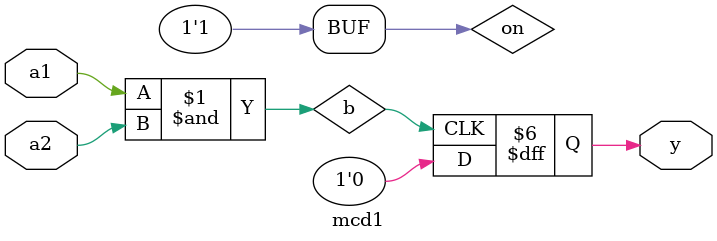
<source format=v>
`timescale 1ns/1ps
`default_nettype none

module mcd1(
    input wire a1,
    input wire a2,
    output reg y
);

initial y = 0;

wire b;
assign b = a1 & a2;

reg on = 0;
initial begin
    #100 on = 1;
end

always @(negedge b) begin
    y <= on;
    y <= #3500 0;
end

endmodule
`default_nettype wire

</source>
